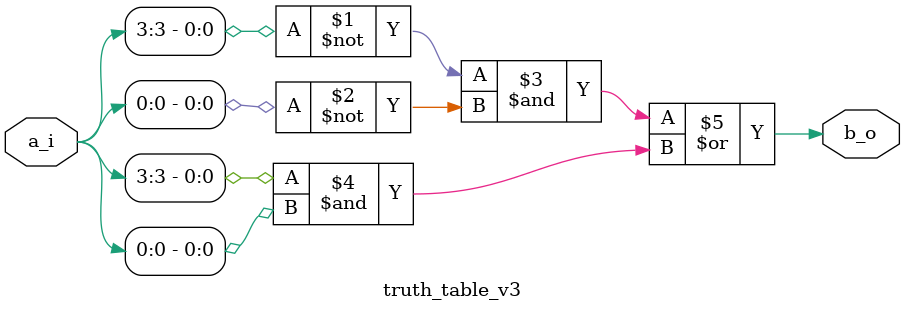
<source format=v>

module truth_table_v3 (
	input wire [3:0] a_i,
	
	output wire 	  b_o
);

	assign b_o = (~a_i[3] & ~a_i[0]) | (a_i[3] & a_i[0]);
	
endmodule

</source>
